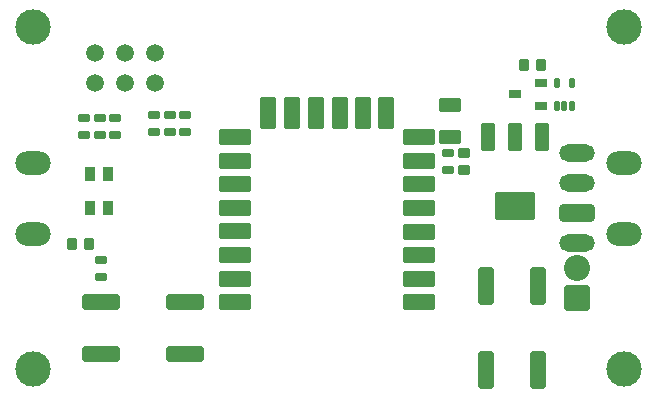
<source format=gts>
G04 Layer_Color=8388736*
%FSAX44Y44*%
%MOMM*%
G71*
G01*
G75*
%ADD28C,1.5000*%
%ADD43R,0.9000X1.3000*%
G04:AMPARAMS|DCode=44|XSize=1.3032mm|YSize=2.7032mm|CornerRadius=0.1071mm|HoleSize=0mm|Usage=FLASHONLY|Rotation=270.000|XOffset=0mm|YOffset=0mm|HoleType=Round|Shape=RoundedRectangle|*
%AMROUNDEDRECTD44*
21,1,1.3032,2.4890,0,0,270.0*
21,1,1.0890,2.7032,0,0,270.0*
1,1,0.2142,-1.2445,-0.5445*
1,1,0.2142,-1.2445,0.5445*
1,1,0.2142,1.2445,0.5445*
1,1,0.2142,1.2445,-0.5445*
%
%ADD44ROUNDEDRECTD44*%
G04:AMPARAMS|DCode=45|XSize=1.3032mm|YSize=2.7032mm|CornerRadius=0.1071mm|HoleSize=0mm|Usage=FLASHONLY|Rotation=0.000|XOffset=0mm|YOffset=0mm|HoleType=Round|Shape=RoundedRectangle|*
%AMROUNDEDRECTD45*
21,1,1.3032,2.4890,0,0,0.0*
21,1,1.0890,2.7032,0,0,0.0*
1,1,0.2142,0.5445,-1.2445*
1,1,0.2142,-0.5445,-1.2445*
1,1,0.2142,-0.5445,1.2445*
1,1,0.2142,0.5445,1.2445*
%
%ADD45ROUNDEDRECTD45*%
G04:AMPARAMS|DCode=46|XSize=3.2032mm|YSize=1.3032mm|CornerRadius=0.1566mm|HoleSize=0mm|Usage=FLASHONLY|Rotation=0.000|XOffset=0mm|YOffset=0mm|HoleType=Round|Shape=RoundedRectangle|*
%AMROUNDEDRECTD46*
21,1,3.2032,0.9900,0,0,0.0*
21,1,2.8900,1.3032,0,0,0.0*
1,1,0.3132,1.4450,-0.4950*
1,1,0.3132,-1.4450,-0.4950*
1,1,0.3132,-1.4450,0.4950*
1,1,0.3132,1.4450,0.4950*
%
%ADD46ROUNDEDRECTD46*%
G04:AMPARAMS|DCode=47|XSize=3.2032mm|YSize=1.3032mm|CornerRadius=0.1566mm|HoleSize=0mm|Usage=FLASHONLY|Rotation=270.000|XOffset=0mm|YOffset=0mm|HoleType=Round|Shape=RoundedRectangle|*
%AMROUNDEDRECTD47*
21,1,3.2032,0.9900,0,0,270.0*
21,1,2.8900,1.3032,0,0,270.0*
1,1,0.3132,-0.4950,-1.4450*
1,1,0.3132,-0.4950,1.4450*
1,1,0.3132,0.4950,1.4450*
1,1,0.3132,0.4950,-1.4450*
%
%ADD47ROUNDEDRECTD47*%
G04:AMPARAMS|DCode=48|XSize=1.2032mm|YSize=2.3532mm|CornerRadius=0.1066mm|HoleSize=0mm|Usage=FLASHONLY|Rotation=0.000|XOffset=0mm|YOffset=0mm|HoleType=Round|Shape=RoundedRectangle|*
%AMROUNDEDRECTD48*
21,1,1.2032,2.1400,0,0,0.0*
21,1,0.9900,2.3532,0,0,0.0*
1,1,0.2132,0.4950,-1.0700*
1,1,0.2132,-0.4950,-1.0700*
1,1,0.2132,-0.4950,1.0700*
1,1,0.2132,0.4950,1.0700*
%
%ADD48ROUNDEDRECTD48*%
G04:AMPARAMS|DCode=49|XSize=3.4532mm|YSize=2.3532mm|CornerRadius=0.1124mm|HoleSize=0mm|Usage=FLASHONLY|Rotation=0.000|XOffset=0mm|YOffset=0mm|HoleType=Round|Shape=RoundedRectangle|*
%AMROUNDEDRECTD49*
21,1,3.4532,2.1285,0,0,0.0*
21,1,3.2285,2.3532,0,0,0.0*
1,1,0.2247,1.6142,-1.0642*
1,1,0.2247,-1.6142,-1.0642*
1,1,0.2247,-1.6142,1.0642*
1,1,0.2247,1.6142,1.0642*
%
%ADD49ROUNDEDRECTD49*%
G04:AMPARAMS|DCode=50|XSize=0.5532mm|YSize=0.8032mm|CornerRadius=0.1034mm|HoleSize=0mm|Usage=FLASHONLY|Rotation=180.000|XOffset=0mm|YOffset=0mm|HoleType=Round|Shape=RoundedRectangle|*
%AMROUNDEDRECTD50*
21,1,0.5532,0.5965,0,0,180.0*
21,1,0.3465,0.8032,0,0,180.0*
1,1,0.2067,-0.1732,0.2983*
1,1,0.2067,0.1732,0.2983*
1,1,0.2067,0.1732,-0.2983*
1,1,0.2067,-0.1732,-0.2983*
%
%ADD50ROUNDEDRECTD50*%
G04:AMPARAMS|DCode=51|XSize=1.0532mm|YSize=0.8032mm|CornerRadius=0.1046mm|HoleSize=0mm|Usage=FLASHONLY|Rotation=270.000|XOffset=0mm|YOffset=0mm|HoleType=Round|Shape=RoundedRectangle|*
%AMROUNDEDRECTD51*
21,1,1.0532,0.5940,0,0,270.0*
21,1,0.8440,0.8032,0,0,270.0*
1,1,0.2092,-0.2970,-0.4220*
1,1,0.2092,-0.2970,0.4220*
1,1,0.2092,0.2970,0.4220*
1,1,0.2092,0.2970,-0.4220*
%
%ADD51ROUNDEDRECTD51*%
G04:AMPARAMS|DCode=52|XSize=0.9532mm|YSize=0.7532mm|CornerRadius=0.1044mm|HoleSize=0mm|Usage=FLASHONLY|Rotation=180.000|XOffset=0mm|YOffset=0mm|HoleType=Round|Shape=RoundedRectangle|*
%AMROUNDEDRECTD52*
21,1,0.9532,0.5445,0,0,180.0*
21,1,0.7445,0.7532,0,0,180.0*
1,1,0.2087,-0.3723,0.2722*
1,1,0.2087,0.3723,0.2722*
1,1,0.2087,0.3723,-0.2722*
1,1,0.2087,-0.3723,-0.2722*
%
%ADD52ROUNDEDRECTD52*%
G04:AMPARAMS|DCode=53|XSize=0.7532mm|YSize=1.0032mm|CornerRadius=0.1044mm|HoleSize=0mm|Usage=FLASHONLY|Rotation=270.000|XOffset=0mm|YOffset=0mm|HoleType=Round|Shape=RoundedRectangle|*
%AMROUNDEDRECTD53*
21,1,0.7532,0.7945,0,0,270.0*
21,1,0.5445,1.0032,0,0,270.0*
1,1,0.2087,-0.3972,-0.2722*
1,1,0.2087,-0.3972,0.2722*
1,1,0.2087,0.3972,0.2722*
1,1,0.2087,0.3972,-0.2722*
%
%ADD53ROUNDEDRECTD53*%
G04:AMPARAMS|DCode=54|XSize=1.8532mm|YSize=1.1532mm|CornerRadius=0.1064mm|HoleSize=0mm|Usage=FLASHONLY|Rotation=180.000|XOffset=0mm|YOffset=0mm|HoleType=Round|Shape=RoundedRectangle|*
%AMROUNDEDRECTD54*
21,1,1.8532,0.9405,0,0,180.0*
21,1,1.6405,1.1532,0,0,180.0*
1,1,0.2127,-0.8203,0.4703*
1,1,0.2127,0.8203,0.4703*
1,1,0.2127,0.8203,-0.4703*
1,1,0.2127,-0.8203,-0.4703*
%
%ADD54ROUNDEDRECTD54*%
G04:AMPARAMS|DCode=55|XSize=1.0532mm|YSize=0.8032mm|CornerRadius=0.1046mm|HoleSize=0mm|Usage=FLASHONLY|Rotation=0.000|XOffset=0mm|YOffset=0mm|HoleType=Round|Shape=RoundedRectangle|*
%AMROUNDEDRECTD55*
21,1,1.0532,0.5940,0,0,0.0*
21,1,0.8440,0.8032,0,0,0.0*
1,1,0.2092,0.4220,-0.2970*
1,1,0.2092,-0.4220,-0.2970*
1,1,0.2092,-0.4220,0.2970*
1,1,0.2092,0.4220,0.2970*
%
%ADD55ROUNDEDRECTD55*%
%ADD56C,3.0000*%
%ADD57C,2.2032*%
G04:AMPARAMS|DCode=58|XSize=2.2032mm|YSize=2.2032mm|CornerRadius=0.3016mm|HoleSize=0mm|Usage=FLASHONLY|Rotation=270.000|XOffset=0mm|YOffset=0mm|HoleType=Round|Shape=RoundedRectangle|*
%AMROUNDEDRECTD58*
21,1,2.2032,1.6000,0,0,270.0*
21,1,1.6000,2.2032,0,0,270.0*
1,1,0.6032,-0.8000,-0.8000*
1,1,0.6032,-0.8000,0.8000*
1,1,0.6032,0.8000,0.8000*
1,1,0.6032,0.8000,-0.8000*
%
%ADD58ROUNDEDRECTD58*%
G04:AMPARAMS|DCode=59|XSize=1.4732mm|YSize=3.0032mm|CornerRadius=0.7366mm|HoleSize=0mm|Usage=FLASHONLY|Rotation=90.000|XOffset=0mm|YOffset=0mm|HoleType=Round|Shape=RoundedRectangle|*
%AMROUNDEDRECTD59*
21,1,1.4732,1.5300,0,0,90.0*
21,1,0.0000,3.0032,0,0,90.0*
1,1,1.4732,0.7650,0.0000*
1,1,1.4732,0.7650,0.0000*
1,1,1.4732,-0.7650,0.0000*
1,1,1.4732,-0.7650,0.0000*
%
%ADD59ROUNDEDRECTD59*%
G04:AMPARAMS|DCode=60|XSize=1.4732mm|YSize=3.0032mm|CornerRadius=0.2604mm|HoleSize=0mm|Usage=FLASHONLY|Rotation=90.000|XOffset=0mm|YOffset=0mm|HoleType=Round|Shape=RoundedRectangle|*
%AMROUNDEDRECTD60*
21,1,1.4732,2.4825,0,0,90.0*
21,1,0.9525,3.0032,0,0,90.0*
1,1,0.5207,1.2412,0.4763*
1,1,0.5207,1.2412,-0.4763*
1,1,0.5207,-1.2412,-0.4763*
1,1,0.5207,-1.2412,0.4763*
%
%ADD60ROUNDEDRECTD60*%
%ADD61O,3.0000X2.0000*%
D28*
X10082370Y10297668D02*
D03*
X10107770D02*
D03*
X10133170D02*
D03*
Y10272268D02*
D03*
X10107770D02*
D03*
X10082370D02*
D03*
D43*
X10077824Y10166582D02*
D03*
X10092824D02*
D03*
Y10195582D02*
D03*
X10077824D02*
D03*
D44*
X10356857Y10086916D02*
D03*
Y10206550D02*
D03*
X10200647Y10226870D02*
D03*
X10356857Y10106728D02*
D03*
Y10126794D02*
D03*
Y10146606D02*
D03*
Y10166926D02*
D03*
Y10186738D02*
D03*
Y10226616D02*
D03*
X10200647Y10206804D02*
D03*
Y10186992D02*
D03*
X10200901Y10166926D02*
D03*
Y10146860D02*
D03*
Y10127048D02*
D03*
Y10106728D02*
D03*
Y10086916D02*
D03*
D45*
X10328917Y10247444D02*
D03*
X10309105D02*
D03*
X10289293D02*
D03*
X10268973D02*
D03*
X10249161D02*
D03*
X10228841D02*
D03*
D46*
X10087510Y10086916D02*
D03*
X10158510D02*
D03*
X10087510Y10042916D02*
D03*
X10158510D02*
D03*
D47*
X10457488Y10100771D02*
D03*
Y10029771D02*
D03*
X10413488Y10100771D02*
D03*
Y10029771D02*
D03*
D48*
X10460863Y10226616D02*
D03*
X10437863D02*
D03*
X10414863D02*
D03*
D49*
X10437863Y10168116D02*
D03*
D50*
X10473171Y10272408D02*
D03*
X10486172D02*
D03*
Y10252909D02*
D03*
X10479672D02*
D03*
X10473171D02*
D03*
D51*
X10062834Y10135870D02*
D03*
X10077334D02*
D03*
X10459863Y10287451D02*
D03*
X10445363D02*
D03*
D52*
X10087510Y10122949D02*
D03*
Y10108448D02*
D03*
X10073044Y10242942D02*
D03*
Y10228442D02*
D03*
X10086087Y10242942D02*
D03*
Y10228442D02*
D03*
X10099130Y10242942D02*
D03*
Y10228442D02*
D03*
X10381234Y10212970D02*
D03*
Y10198470D02*
D03*
X10132433Y10245676D02*
D03*
Y10231176D02*
D03*
X10145475Y10245676D02*
D03*
Y10231176D02*
D03*
X10158518Y10245676D02*
D03*
Y10231176D02*
D03*
D53*
X10459863Y10253408D02*
D03*
Y10272408D02*
D03*
X10437863Y10262909D02*
D03*
D54*
X10382666Y10226616D02*
D03*
Y10253616D02*
D03*
D55*
X10394777Y10198470D02*
D03*
Y10212970D02*
D03*
D56*
X10530000Y10030000D02*
D03*
Y10320000D02*
D03*
X10030000Y10030000D02*
D03*
Y10320000D02*
D03*
D57*
X10489980Y10115840D02*
D03*
D58*
Y10090440D02*
D03*
D59*
Y10213100D02*
D03*
Y10187700D02*
D03*
Y10136900D02*
D03*
D60*
Y10162300D02*
D03*
D61*
X10530000Y10205000D02*
D03*
Y10145000D02*
D03*
X10030000D02*
D03*
Y10205000D02*
D03*
M02*

</source>
